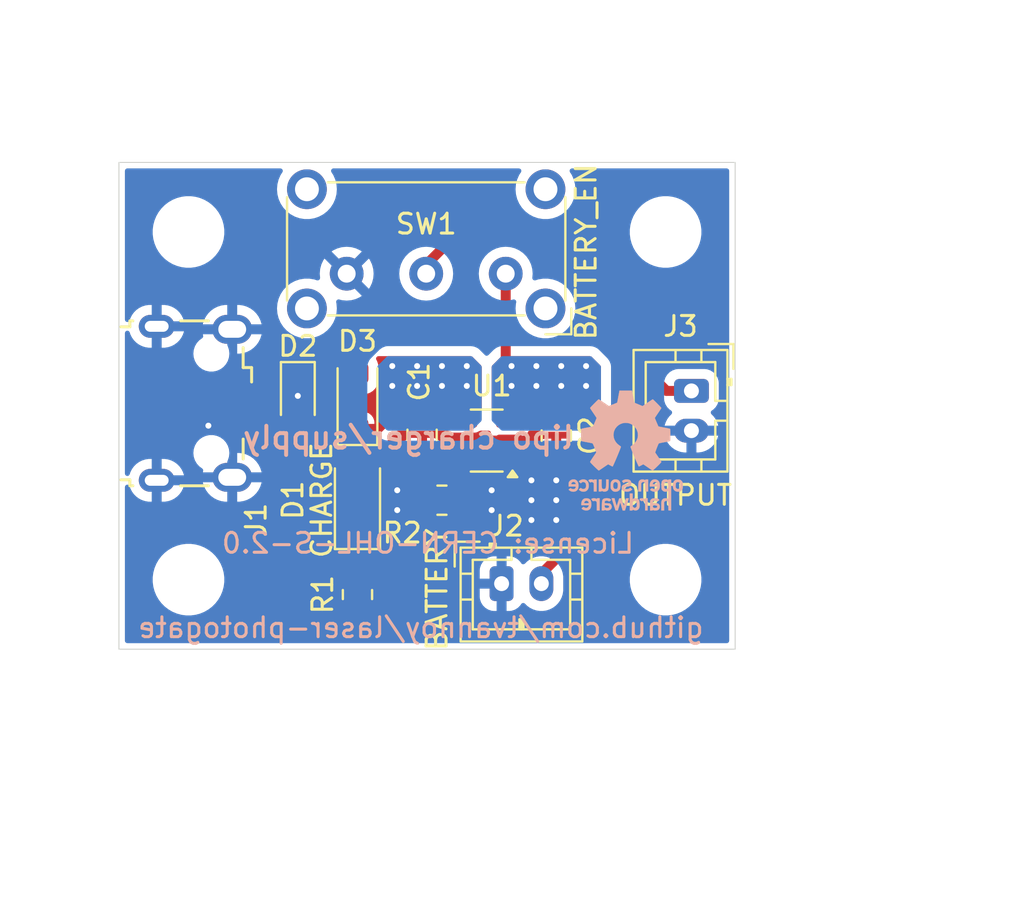
<source format=kicad_pcb>
(kicad_pcb (version 20240108) (generator "pcbnew") (generator_version "8.0")
  (title_block (title "lipo charger/supply") (date "2024-03-30") (rev "1") (company "Trevor Vannoy"))
  (layers (0 "F.Cu" signal) (31 "B.Cu" signal) (34 "B.Paste" user) (35 "F.Paste" user) (36 "B.SilkS" user "B.Silkscreen") (37 "F.SilkS" user "F.Silkscreen") (38 "B.Mask" user) (39 "F.Mask" user) (44 "Edge.Cuts" user))
  (net 0 "")
  (net 1 "GND")
  (net 2 "VDD")
  (net 3 "VBAT")
  (net 4 "Net-(D1-K)")
  (net 5 "VBUS")
  (net 9 "VOUT")
  (net 10 "Net-(U1-STAT)")
  (net 11 "Net-(U1-PROG)")
  (footprint "MountingHole:MountingHole_3.2mm_M3" (layer "F.Cu") (at 104 49)
    (property "Reference" "REF**" (hide yes))
    (property "Value" "MountingHole_3.2mm_M3")
    (pad "" np_thru_hole circle (at 0 0) (size 3.2 3.2) (drill 3.2) (layers "*.Cu" "*.Mask"))
  )
  (footprint "Capacitor_SMD:C_0805_2012Metric_Pad1.18x1.45mm_HandSolder" (layer "F.Cu") (at 91.75 59.2125 -90)
    (property "Reference" "C1" (at -2.6625 0.15 90) (layer "F.SilkS") (effects (font (thickness 0.153))))
    (property "Value" "4.7uF")
    (pad "1" smd roundrect (at -1.0375 0 270) (size 1.175 1.45) (layers "F.Cu" "F.Paste" "F.Mask") (roundrect_rratio 0.212766) (net 2 "VDD"))
    (pad "2" smd roundrect (at 1.0375 0 270) (size 1.175 1.45) (layers "F.Cu" "F.Paste" "F.Mask") (roundrect_rratio 0.212766) (net 1 "GND"))
  )
  (footprint "Button_Switch_THT:SW_E-Switch_EG1224_SPDT_Angled" (layer "F.Cu") (at 95.9575 51.1 180)
    (property "Reference" "SW1" (at 4 2.5 180) (layer "F.SilkS") (effects (font (thickness 0.153))))
    (property "Value" "BATTERY_EN" (at -4.0425 1.1 -90) (layer "F.SilkS") (effects (font (thickness 0.153))))
    (pad "" thru_hole circle (at -2 -1.75 180) (size 2 2) (drill 1.2) (layers "*.Cu" "*.Mask"))
    (pad "" thru_hole circle (at -2 4.25 180) (size 2 2) (drill 1.2) (layers "*.Cu" "*.Mask"))
    (pad "" thru_hole circle (at 10 -1.75 180) (size 2 2) (drill 1.2) (layers "*.Cu" "*.Mask"))
    (pad "" thru_hole circle (at 10 4.25 180) (size 2 2) (drill 1.2) (layers "*.Cu" "*.Mask"))
    (pad "1" thru_hole circle (at 0 0 180) (size 1.7 1.7) (drill 0.9) (layers "*.Cu" "*.Mask") (net 3 "VBAT"))
    (pad "2" thru_hole circle (at 4 0 180) (size 1.7 1.7) (drill 0.9) (layers "*.Cu" "*.Mask") (net 9 "VOUT"))
    (pad "3" thru_hole circle (at 8 0 180) (size 1.7 1.7) (drill 0.9) (layers "*.Cu" "*.Mask") (net 1 "GND"))
  )
  (footprint "MountingHole:MountingHole_3.2mm_M3" (layer "F.Cu") (at 104 66.5)
    (property "Reference" "REF**" (hide yes))
    (property "Value" "MountingHole_3.2mm_M3")
    (pad "" np_thru_hole circle (at 0 0) (size 3.2 3.2) (drill 3.2) (layers "*.Cu" "*.Mask"))
  )
  (footprint "Capacitor_SMD:C_0805_2012Metric_Pad1.18x1.45mm_HandSolder" (layer "F.Cu") (at 98.5 59.25 -90)
    (property "Reference" "C2" (at 0 -1.68 90) (layer "F.SilkS") (effects (font (thickness 0.153))))
    (property "Value" "4.7uF")
    (pad "1" smd roundrect (at -1.0375 0 270) (size 1.175 1.45) (layers "F.Cu" "F.Paste" "F.Mask") (roundrect_rratio 0.212766) (net 3 "VBAT"))
    (pad "2" smd roundrect (at 1.0375 0 270) (size 1.175 1.45) (layers "F.Cu" "F.Paste" "F.Mask") (roundrect_rratio 0.212766) (net 1 "GND"))
  )
  (footprint "MountingHole:MountingHole_3.2mm_M3" (layer "F.Cu") (at 80 49)
    (property "Reference" "REF**" (hide yes))
    (property "Value" "MountingHole_3.2mm_M3")
    (pad "" np_thru_hole circle (at 0 0) (size 3.2 3.2) (drill 3.2) (layers "F&B.Cu" "*.Mask"))
  )
  (footprint "Connector_USB:USB_Micro-B_Wuerth_629105150521" (layer "F.Cu") (at 80.35 57.625 -90)
    (property "Reference" "J1" (at 5.875 -3.05 90) (layer "F.SilkS") (effects (font (thickness 0.153))))
    (property "Value" "USB_B_Micro")
    (pad "" np_thru_hole oval (at -2.5 -0.8 270) (size 0.8 0.8) (drill 0.8) (layers "*.Cu" "*.Mask"))
    (pad "" np_thru_hole oval (at 2.5 -0.8 270) (size 0.8 0.8) (drill 0.8) (layers "*.Cu" "*.Mask"))
    (pad "1" smd rect (at -1.3 -1.9 270) (size 0.45 1.3) (layers "F.Cu" "F.Paste" "F.Mask") (net 5 "VBUS"))
    (pad "2" smd rect (at -0.65 -1.9 270) (size 0.45 1.3) (layers "F.Cu" "F.Paste" "F.Mask"))
    (pad "3" smd rect (at 0 -1.9 270) (size 0.45 1.3) (layers "F.Cu" "F.Paste" "F.Mask"))
    (pad "4" smd rect (at 0.65 -1.9 270) (size 0.45 1.3) (layers "F.Cu" "F.Paste" "F.Mask"))
    (pad "5" smd rect (at 1.3 -1.9 270) (size 0.45 1.3) (layers "F.Cu" "F.Paste" "F.Mask") (net 1 "GND"))
    (pad "6" thru_hole oval (at -3.875 1.95 270) (size 1.15 1.8) (drill oval 0.55 1.2) (layers "*.Cu" "*.Mask") (net 1 "GND"))
    (pad "6" thru_hole oval (at -3.725 -1.85 270) (size 1.45 2) (drill oval 0.85 1.4) (layers "*.Cu" "*.Mask") (net 1 "GND"))
    (pad "6" thru_hole oval (at 3.725 -1.85 270) (size 1.45 2) (drill oval 0.85 1.4) (layers "*.Cu" "*.Mask") (net 1 "GND"))
    (pad "6" thru_hole oval (at 3.875 1.95 270) (size 1.15 1.8) (drill oval 0.55 1.2) (layers "*.Cu" "*.Mask") (net 1 "GND"))
  )
  (footprint "Diode_SMD:D_SOD-123F" (layer "F.Cu") (at 88.5 57.5125 90)
    (property "Reference" "D3" (at 3.0125 0 0) (layer "F.SilkS") (effects (font (thickness 0.153))))
    (property "Value" "NRVB120VLSF")
    (pad "1" smd roundrect (at -1.4 0 90) (size 1.1 1.1) (layers "F.Cu" "F.Paste" "F.Mask") (roundrect_rratio 0.2272727273) (net 2 "VDD"))
    (pad "2" smd roundrect (at 1.4 0 90) (size 1.1 1.1) (layers "F.Cu" "F.Paste" "F.Mask") (roundrect_rratio 0.2272727273) (net 5 "VBUS"))
  )
  (footprint "Diode_SMD:D_SOD-323" (layer "F.Cu") (at 85.5 57.16 -90)
    (property "Reference" "D2" (at -2.41 0 180) (layer "F.SilkS") (effects (font (thickness 0.153))))
    (property "Value" "SD05_SOD323")
    (pad "1" smd roundrect (at -1.05 0 270) (size 0.6 0.45) (layers "F.Cu" "F.Paste" "F.Mask") (net 5 "VBUS"))
    (pad "2" smd roundrect (at 1.05 0 270) (size 0.6 0.45) (layers "F.Cu" "F.Paste" "F.Mask") (net 1 "GND"))
  )
  (footprint "Connector_JST:JST_PH_B2B-PH-K_1x02_P2.00mm_Vertical" (layer "F.Cu") (at 105.3 57 -90)
    (property "Reference" "J3" (at -3.25 0.55 180) (layer "F.SilkS") (effects (font (thickness 0.153))))
    (property "Value" "OUTPUT" (at 5.25 0.8 180) (layer "F.SilkS") (effects (font (thickness 0.153))))
    (pad "1" thru_hole roundrect (at 0 0 270) (size 1.2 1.75) (drill 0.75) (layers "*.Cu" "*.Mask") (roundrect_rratio 0.208333) (net 9 "VOUT"))
    (pad "2" thru_hole oval (at 2 0 270) (size 1.2 1.75) (drill 0.75) (layers "*.Cu" "*.Mask") (net 1 "GND"))
  )
  (footprint "Package_TO_SOT_SMD:SOT-23-5" (layer "F.Cu") (at 95 59.5 180)
    (property "Reference" "U1" (at -0.25 2.75 180) (layer "F.SilkS") (effects (font (thickness 0.153))))
    (property "Value" "MCP73831-2-OT")
    (pad "1" smd roundrect (at -1.1375 -0.95 180) (size 1.325 0.6) (layers "F.Cu" "F.Paste" "F.Mask") (net 10 "Net-(U1-STAT)"))
    (pad "2" smd roundrect (at -1.1375 0 180) (size 1.325 0.6) (layers "F.Cu" "F.Paste" "F.Mask") (net 1 "GND"))
    (pad "3" smd roundrect (at -1.1375 0.95 180) (size 1.325 0.6) (layers "F.Cu" "F.Paste" "F.Mask") (net 3 "VBAT"))
    (pad "4" smd roundrect (at 1.1375 0.95 180) (size 1.325 0.6) (layers "F.Cu" "F.Paste" "F.Mask") (net 2 "VDD"))
    (pad "5" smd roundrect (at 1.1375 -0.95 180) (size 1.325 0.6) (layers "F.Cu" "F.Paste" "F.Mask") (net 11 "Net-(U1-PROG)"))
  )
  (footprint "Resistor_SMD:R_0805_2012Metric_Pad1.20x1.40mm_HandSolder" (layer "F.Cu") (at 92.75 62.5 180)
    (property "Reference" "R2" (at 2 -1.65 180) (layer "F.SilkS") (effects (font (thickness 0.153))))
    (property "Value" "20k")
    (pad "1" smd roundrect (at -1 0 180) (size 1.2 1.4) (layers "F.Cu" "F.Paste" "F.Mask") (roundrect_rratio 0.208333) (net 11 "Net-(U1-PROG)"))
    (pad "2" smd roundrect (at 1 0 180) (size 1.2 1.4) (layers "F.Cu" "F.Paste" "F.Mask") (roundrect_rratio 0.208333) (net 1 "GND"))
  )
  (footprint "LED_SMD:LED_1206_3216Metric_Pad1.42x1.75mm_HandSolder" (layer "F.Cu") (at 88.5 62.5 90)
    (property "Reference" "D1" (at 0 -3.25 -90) (layer "F.SilkS") (effects (font (thickness 0.153))))
    (property "Value" "CHARGE" (at 0 -1.8 -90) (layer "F.SilkS") (effects (font (thickness 0.153))))
    (pad "1" smd roundrect (at -1.4875 0 90) (size 1.425 1.75) (layers "F.Cu" "F.Paste" "F.Mask") (roundrect_rratio 0.175439) (net 4 "Net-(D1-K)"))
    (pad "2" smd roundrect (at 1.4875 0 90) (size 1.425 1.75) (layers "F.Cu" "F.Paste" "F.Mask") (roundrect_rratio 0.175439) (net 2 "VDD"))
  )
  (footprint "Connector_JST:JST_PH_B2B-PH-K_1x02_P2.00mm_Vertical" (layer "F.Cu") (at 95.75 66.7)
    (property "Reference" "J2" (at 0.25 -2.9 0) (layer "F.SilkS") (effects (font (thickness 0.153))))
    (property "Value" "BATTERY" (at -3.25 0.3 90) (layer "F.SilkS") (effects (font (thickness 0.153))))
    (pad "1" thru_hole roundrect (at 0 0) (size 1.2 1.75) (drill 0.75) (layers "*.Cu" "*.Mask") (roundrect_rratio 0.208333) (net 1 "GND"))
    (pad "2" thru_hole oval (at 2 0) (size 1.2 1.75) (drill 0.75) (layers "*.Cu" "*.Mask") (net 3 "VBAT"))
  )
  (footprint "MountingHole:MountingHole_3.2mm_M3" (layer "F.Cu") (at 80 66.5)
    (property "Reference" "REF**" (hide yes))
    (property "Value" "MountingHole_3.2mm_M3")
    (pad "" np_thru_hole circle (at 0 0) (size 3.2 3.2) (drill 3.2) (layers "*.Cu" "*.Mask"))
  )
  (footprint "Resistor_SMD:R_0805_2012Metric_Pad1.20x1.40mm_HandSolder" (layer "F.Cu") (at 88.5 67.25 -90)
    (property "Reference" "R1" (at 0 1.75 90) (layer "F.SilkS") (effects (font (thickness 0.153))))
    (property "Value" "390")
    (pad "1" smd roundrect (at -1 0 270) (size 1.2 1.4) (layers "F.Cu" "F.Paste" "F.Mask") (roundrect_rratio 0.208333) (net 4 "Net-(D1-K)"))
    (pad "2" smd roundrect (at 1 0 270) (size 1.2 1.4) (layers "F.Cu" "F.Paste" "F.Mask") (roundrect_rratio 0.208333) (net 10 "Net-(U1-STAT)"))
  )
  (footprint "Symbol:OSHW-Logo_5.7x6mm_SilkScreen" (layer "B.Cu") (at 102 60 180)
    (property "Reference" "REF**" (hide yes))
    (property "Value" "OSHW-Logo_5.7x6mm_SilkScreen" (hide yes))
  )
  (gr_rect (start 76.5 45.5) (end 107.5 70) (stroke (width 0.05)) (fill none) (layer "Edge.Cuts"))
  (gr_text "lipo charger/supply" (at 99.5 60 0) (layer "B.SilkS") (effects (font (size 1.1 1.1) (thickness 0.2) (bold yes)) (justify left bottom mirror)))
  (gr_text "github.com/tvannoy/laser-photogate" (at 106 69.5 0) (layer "B.SilkS") (effects (font (size 1 1) (thickness 0.153)) (justify left bottom mirror)))
  (gr_text "License: CERN-OHL-S-2.0" (at 102.5 65.25 0) (layer "B.SilkS") (effects (font (size 1 1) (thickness 0.153)) (justify left bottom mirror)))
  (segment (start 85.5 58.21) (end 85.5 57.25) (width 0.2) (layer "F.Cu") (net 1))
  (segment (start 81.175 58.925) (end 81 58.75) (width 0.2) (layer "F.Cu") (net 1))
  (segment (start 82.25 58.925) (end 81.175 58.925) (width 0.2) (layer "F.Cu") (net 1))
  (via (at 85.5 57.25) (size 0.6) (drill 0.3) (layers "F.Cu" "B.Cu") (net 1))
  (via (at 98.5 63.5) (size 0.6) (drill 0.3) (layers "F.Cu" "B.Cu") (net 1))
  (via (at 98.5 61.5) (size 0.6) (drill 0.3) (layers "F.Cu" "B.Cu") (net 1))
  (via (at 90.5 63) (size 0.6) (drill 0.3) (layers "F.Cu" "B.Cu") (net 1))
  (via (at 95.25 63) (size 0.6) (drill 0.3) (layers "F.Cu" "B.Cu") (net 1))
  (via (at 97.25 63.5) (size 0.6) (drill 0.3) (layers "F.Cu" "B.Cu") (net 1))
  (via (at 98.5 62.5) (size 0.6) (drill 0.3) (layers "F.Cu" "B.Cu") (net 1))
  (via (at 90.5 62) (size 0.6) (drill 0.3) (layers "F.Cu" "B.Cu") (net 1))
  (via (at 97.25 62.5) (size 0.6) (drill 0.3) (layers "F.Cu" "B.Cu") (net 1))
  (via (at 95.25 62) (size 0.6) (drill 0.3) (layers "F.Cu" "B.Cu") (net 1))
  (via (at 81 58.75) (size 0.6) (drill 0.3) (layers "F.Cu" "B.Cu") (net 1))
  (via (at 97.25 61.5) (size 0.6) (drill 0.3) (layers "F.Cu" "B.Cu") (net 1))
  (segment (start 88.5 61.0125) (end 88.5 58.9125) (width 0.5) (layer "F.Cu") (net 2))
  (via (at 91.5 56.75) (size 0.6) (drill 0.3) (layers "F.Cu" "B.Cu") (net 2))
  (via (at 90.25 55.75) (size 0.6) (drill 0.3) (layers "F.Cu" "B.Cu") (net 2))
  (via (at 91.5 55.75) (size 0.6) (drill 0.3) (layers "F.Cu" "B.Cu") (net 2))
  (via (at 94 56.75) (size 0.6) (drill 0.3) (layers "F.Cu" "B.Cu") (net 2))
  (via (at 90.25 56.75) (size 0.6) (drill 0.3) (layers "F.Cu" "B.Cu") (net 2))
  (via (at 92.75 55.75) (size 0.6) (drill 0.3) (layers "F.Cu" "B.Cu") (net 2))
  (via (at 94 55.75) (size 0.6) (drill 0.3) (layers "F.Cu" "B.Cu") (net 2))
  (via (at 92.75 56.75) (size 0.6) (drill 0.3) (layers "F.Cu" "B.Cu") (net 2))
  (segment (start 95.9575 55.4575) (end 96.25 55.75) (width 0.5) (layer "F.Cu") (net 3))
  (segment (start 95.9575 51.1) (end 95.9575 55.4575) (width 0.5) (layer "F.Cu") (net 3))
  (segment (start 98.5 58.2125) (end 99.7125 58.2125) (width 0.5) (layer "F.Cu") (net 3))
  (segment (start 100.25 63.7) (end 97.75 66.2) (width 0.5) (layer "F.Cu") (net 3))
  (segment (start 99.7125 58.2125) (end 100.25 58.75) (width 0.5) (layer "F.Cu") (net 3))
  (segment (start 100.25 58.75) (end 100.25 63.7) (width 0.5) (layer "F.Cu") (net 3))
  (via (at 100 56.75) (size 0.6) (drill 0.3) (layers "F.Cu" "B.Cu") (net 3))
  (via (at 98.75 56.75) (size 0.6) (drill 0.3) (layers "F.Cu" "B.Cu") (net 3))
  (via (at 100 55.75) (size 0.6) (drill 0.3) (layers "F.Cu" "B.Cu") (net 3))
  (via (at 97.5 56.75) (size 0.6) (drill 0.3) (layers "F.Cu" "B.Cu") (net 3))
  (via (at 96.25 55.75) (size 0.6) (drill 0.3) (layers "F.Cu" "B.Cu") (net 3))
  (via (at 98.75 55.75) (size 0.6) (drill 0.3) (layers "F.Cu" "B.Cu") (net 3))
  (via (at 96.25 56.75) (size 0.6) (drill 0.3) (layers "F.Cu" "B.Cu") (net 3))
  (via (at 97.5 55.75) (size 0.6) (drill 0.3) (layers "F.Cu" "B.Cu") (net 3))
  (segment (start 88.5 66.25) (end 88.5 63.9875) (width 0.2) (layer "F.Cu") (net 4))
  (segment (start 88.4975 56.11) (end 88.5 56.1125) (width 0.5) (layer "F.Cu") (net 5))
  (segment (start 85.5 56.11) (end 88.4975 56.11) (width 0.5) (layer "F.Cu") (net 5))
  (segment (start 82.565 56.11) (end 82.35 56.325) (width 0.5) (layer "F.Cu") (net 5))
  (segment (start 85.5 56.11) (end 82.565 56.11) (width 0.5) (layer "F.Cu") (net 5))
  (segment (start 91.9575 50.6425) (end 94.14 48.46) (width 0.5) (layer "F.Cu") (net 9))
  (segment (start 94.14 48.46) (end 97.12 48.46) (width 0.5) (layer "F.Cu") (net 9))
  (segment (start 91.9575 51.1) (end 91.9575 50.6425) (width 0.5) (layer "F.Cu") (net 9))
  (segment (start 97.12 48.46) (end 100.1 51.44) (width 0.5) (layer "F.Cu") (net 9))
  (segment (start 104.05 57) (end 105.3 57) (width 0.5) (layer "F.Cu") (net 9))
  (segment (start 100.1 51.44) (end 100.1 53.05) (width 0.5) (layer "F.Cu") (net 9))
  (segment (start 100.1 53.05) (end 104.05 57) (width 0.5) (layer "F.Cu") (net 9))
  (segment (start 89.25 68.25) (end 88.5 68.25) (width 0.2) (layer "F.Cu") (net 10))
  (segment (start 96.1375 64.1125) (end 96 64.25) (width 0.2) (layer "F.Cu") (net 10))
  (segment (start 96.1375 60.45) (end 96.1375 64.1125) (width 0.2) (layer "F.Cu") (net 10))
  (segment (start 96 64.25) (end 93.25 64.25) (width 0.2) (layer "F.Cu") (net 10))
  (segment (start 93.25 64.25) (end 89.25 68.25) (width 0.2) (layer "F.Cu") (net 10))
  (segment (start 93.75 62.25) (end 93.8625 62.1375) (width 0.2) (layer "F.Cu") (net 11))
  (segment (start 93.75 62.5) (end 93.75 62.25) (width 0.2) (layer "F.Cu") (net 11))
  (segment (start 93.8625 62.1375) (end 93.8625 60.45) (width 0.2) (layer "F.Cu") (net 11))
  (zone (net 3) (net_name "VBAT") (layer "F.Cu") (name "VBAT") (connect_pads (clearance 0.5)) (min_thickness 0.25) (fill yes (thermal_gap 0.3) (thermal_bridge_width 0.5) (smoothing chamfer) (radius 0.5))
    (polygon (pts (xy 95.25 59) (xy 95.25 55.25) (xy 100.75 55.25) (xy 100.75 58.6) (xy 99.5 58.6) (xy 99.5 59)))
  )
  (zone (net 2) (net_name "VDD") (layer "F.Cu") (name "VDD") (connect_pads (clearance 0.5)) (min_thickness 0.25) (fill yes (thermal_gap 0.3) (thermal_bridge_width 0.5) (smoothing chamfer) (radius 0.5))
    (polygon (pts (xy 94.75 59) (xy 94.75 55.25) (xy 87.5 55.25) (xy 87.5 59.75) (xy 90 59.75) (xy 90 59)))
  )
  (zone (net 1) (net_name "GND") (layer "F.Cu") (name "GND") (priority 1) (connect_pads (clearance 0.25)) (min_thickness 0.25) (fill yes (thermal_gap 0.3) (thermal_bridge_width 0.5) (smoothing chamfer) (radius 0.5))
    (polygon (pts (xy 99.5 59) (xy 90 59) (xy 90 63.75) (xy 99.5 63.75)))
  )
  (zone (net 2) (net_name "VDD") (layer "B.Cu") (name "VDD") (priority 1) (connect_pads (clearance 0.5)) (min_thickness 0.25) (fill yes (thermal_gap 0.3) (thermal_bridge_width 0.5) (smoothing chamfer) (radius 0.5))
    (polygon (pts (xy 94.75 55.25) (xy 94.75 59) (xy 89.5 59) (xy 89.5 55.25)))
  )
  (zone (net 3) (net_name "VBAT") (layer "B.Cu") (name "VBAT") (priority 1) (connect_pads (clearance 0.5)) (min_thickness 0.25) (fill yes (thermal_gap 0.3) (thermal_bridge_width 0.5) (smoothing chamfer) (radius 0.5))
    (polygon (pts (xy 95.25 55.25) (xy 100.75 55.25) (xy 100.75 59) (xy 95.25 59)))
  )
  (zone (net 1) (net_name "GND") (layer "B.Cu") (name "GND") (connect_pads (clearance 0.5)) (min_thickness 0.25) (fill yes (thermal_gap 0.5) (thermal_bridge_width 0.5) (smoothing chamfer) (radius 0.5) (island_removal_mode 1) (island_area_min 10))
    (polygon (pts (xy 107.5 70) (xy 76.5 70) (xy 76.5 45.5) (xy 107.5 45.5)))
  )
)
</source>
